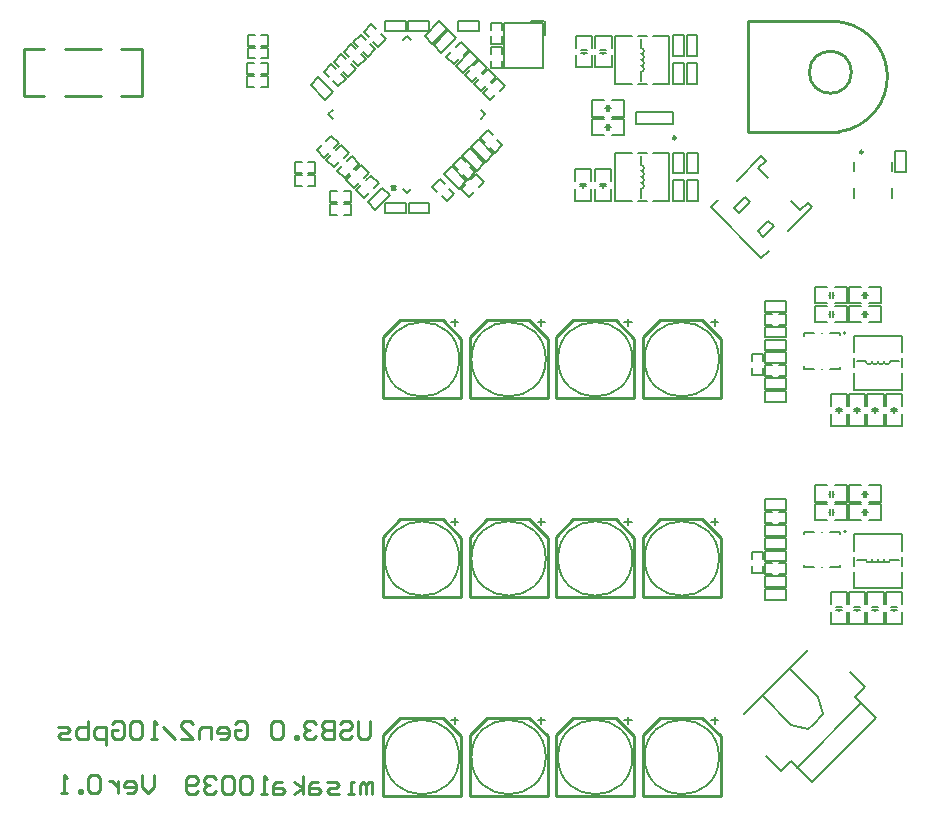
<source format=gbo>
G04*
G04 #@! TF.GenerationSoftware,Altium Limited,Altium Designer,24.0.1 (36)*
G04*
G04 Layer_Color=32896*
%FSLAX44Y44*%
%MOMM*%
G71*
G04*
G04 #@! TF.SameCoordinates,2863EE23-0FE7-43ED-B731-855E9A245776*
G04*
G04*
G04 #@! TF.FilePolarity,Positive*
G04*
G01*
G75*
%ADD10C,0.2500*%
%ADD11C,0.2000*%
%ADD12C,0.1500*%
%ADD14C,0.2540*%
%ADD15C,0.1524*%
%ADD16C,0.2032*%
%ADD17C,0.1500*%
%ADD119C,0.3000*%
D10*
X737498Y560964D02*
G03*
X737498Y560964I-1250J0D01*
G01*
X579097Y573026D02*
G03*
X579097Y573026I-1250J0D01*
G01*
D11*
X615700Y385572D02*
G03*
X615700Y385572I-31500J0D01*
G01*
Y216916D02*
G03*
X615700Y216916I-31500J0D01*
G01*
X542379D02*
G03*
X542379Y216916I-31500J0D01*
G01*
X469057D02*
G03*
X469057Y216916I-31500J0D01*
G01*
X395736D02*
G03*
X395736Y216916I-31500J0D01*
G01*
X615700Y48768D02*
G03*
X615700Y48768I-31500J0D01*
G01*
X542379D02*
G03*
X542379Y48768I-31500J0D01*
G01*
X395736D02*
G03*
X395736Y48768I-31500J0D01*
G01*
X469057D02*
G03*
X469057Y48768I-31500J0D01*
G01*
X542379Y385572D02*
G03*
X542379Y385572I-31500J0D01*
G01*
X469057D02*
G03*
X469057Y385572I-31500J0D01*
G01*
X395736D02*
G03*
X395736Y385572I-31500J0D01*
G01*
X285068Y592836D02*
X288604Y589300D01*
X285068Y592836D02*
X288604Y596372D01*
X351536Y659304D02*
X355072Y655768D01*
X348000D02*
X351536Y659304D01*
X414468Y589300D02*
X418004Y592836D01*
X414468Y596372D02*
X418004Y592836D01*
X351536Y526368D02*
X355072Y529904D01*
X348000D02*
X351536Y526368D01*
X730997Y99675D02*
X748872Y81799D01*
X676550Y45227D02*
X694425Y27352D01*
X694934Y76340D02*
X703476Y84882D01*
X699884Y99250D02*
X703476Y84882D01*
X675630Y123504D02*
X699884Y99250D01*
X652720Y100594D02*
X676974Y76340D01*
X691342Y72748D01*
X694934Y76340D01*
X681853Y39924D02*
X736300Y94371D01*
X726471Y120463D02*
X739128Y107806D01*
X730997Y99675D02*
X739128Y107806D01*
X655761Y49753D02*
X668418Y37095D01*
X676550Y45227D01*
X694425Y27352D02*
X748872Y81799D01*
X636952Y84825D02*
X691399Y139272D01*
X730148Y522214D02*
Y530964D01*
X761848Y522214D02*
Y530964D01*
X730148Y544664D02*
Y552714D01*
X761848Y544664D02*
Y552714D01*
X456542Y671696D02*
X467718D01*
X467972Y660266D02*
Y671696D01*
X576837Y584456D02*
Y594616D01*
X545837Y584456D02*
Y594616D01*
Y584456D02*
X576837D01*
X545837Y594616D02*
X576837D01*
D12*
X722871Y407669D02*
G03*
X722871Y407669I-749J0D01*
G01*
Y239775D02*
G03*
X722871Y239775I-749J0D01*
G01*
X703048Y407392D02*
X703066D01*
X718057Y377392D02*
Y378900D01*
X709548Y377392D02*
X718057D01*
X703048D02*
X703066D01*
X688057D02*
X696566D01*
X688057Y407392D02*
X696565D01*
X709548D02*
X718057D01*
Y405883D02*
Y407392D01*
X688057Y377392D02*
Y379450D01*
Y405333D02*
Y407392D01*
X703048Y239498D02*
X703066D01*
X718057Y209498D02*
Y211006D01*
X709548Y209498D02*
X718057D01*
X703048D02*
X703066D01*
X688057D02*
X696566D01*
X688057Y239498D02*
X696565D01*
X709548D02*
X718057D01*
Y237989D02*
Y239498D01*
X688057Y209498D02*
Y211556D01*
Y237439D02*
Y239498D01*
D14*
X727770Y628575D02*
G03*
X727770Y628575I-17780J0D01*
G01*
X717553Y578271D02*
G03*
X711260Y671828I-6293J46567D01*
G01*
X126962Y608396D02*
Y648396D01*
X26962Y608396D02*
Y648396D01*
X109645D02*
X126962D01*
X61644D02*
X92280D01*
X26962D02*
X44279D01*
X109645Y608396D02*
X126962D01*
X61644D02*
X92280D01*
X26962D02*
X44279D01*
X551200Y404072D02*
X565700Y418572D01*
X551200Y352572D02*
X617200D01*
X551200D02*
Y404072D01*
X565700Y418572D02*
X601700D01*
X617200Y403072D01*
Y352572D02*
Y403072D01*
X551200Y235416D02*
X565700Y249916D01*
X551200Y183916D02*
X617200D01*
X551200D02*
Y235416D01*
X565700Y249916D02*
X601700D01*
X617200Y234416D01*
Y183916D02*
Y234416D01*
X477879Y235416D02*
X492379Y249916D01*
X477879Y183916D02*
X543879D01*
X477879D02*
Y235416D01*
X492379Y249916D02*
X528379D01*
X543879Y234416D01*
Y183916D02*
Y234416D01*
X404557Y235416D02*
X419057Y249916D01*
X404557Y183916D02*
X470557D01*
X404557D02*
Y235416D01*
X419057Y249916D02*
X455057D01*
X470557Y234416D01*
Y183916D02*
Y234416D01*
X331236Y235416D02*
X345736Y249916D01*
X331236Y183916D02*
X397236D01*
X331236D02*
Y235416D01*
X345736Y249916D02*
X381736D01*
X397236Y234416D01*
Y183916D02*
Y234416D01*
X551200Y67268D02*
X565700Y81768D01*
X551200Y15768D02*
X617200D01*
X551200D02*
Y67268D01*
X565700Y81768D02*
X601700D01*
X617200Y66268D01*
Y15768D02*
Y66268D01*
X477879Y67268D02*
X492379Y81768D01*
X477879Y15768D02*
X543879D01*
X477879D02*
Y67268D01*
X492379Y81768D02*
X528379D01*
X543879Y66268D01*
Y15768D02*
Y66268D01*
X331236Y67268D02*
X345736Y81768D01*
X331236Y15768D02*
X397236D01*
X331236D02*
Y67268D01*
X345736Y81768D02*
X381736D01*
X397236Y66268D01*
Y15768D02*
Y66268D01*
X404557Y67268D02*
X419057Y81768D01*
X404557Y15768D02*
X470557D01*
X404557D02*
Y67268D01*
X419057Y81768D02*
X455057D01*
X470557Y66268D01*
Y15768D02*
Y66268D01*
X477879Y404072D02*
X492379Y418572D01*
X477879Y352572D02*
X543879D01*
X477879D02*
Y404072D01*
X492379Y418572D02*
X528379D01*
X543879Y403072D01*
Y352572D02*
Y403072D01*
X404557Y404072D02*
X419057Y418572D01*
X404557Y352572D02*
X470557D01*
X404557D02*
Y404072D01*
X419057Y418572D02*
X455057D01*
X470557Y403072D01*
Y352572D02*
Y403072D01*
X331236Y404072D02*
X345736Y418572D01*
X331236Y352572D02*
X397236D01*
X331236D02*
Y404072D01*
X345736Y418572D02*
X381736D01*
X397236Y403072D01*
Y352572D02*
Y403072D01*
X640140Y578271D02*
Y671828D01*
X711260D01*
X640140Y578271D02*
X717553D01*
X137414Y33523D02*
Y23366D01*
X132336Y18288D01*
X127257Y23366D01*
Y33523D01*
X114561Y18288D02*
X119640D01*
X122179Y20827D01*
Y25905D01*
X119640Y28445D01*
X114561D01*
X112022Y25905D01*
Y23366D01*
X122179D01*
X106944Y28445D02*
Y18288D01*
Y23366D01*
X104405Y25905D01*
X101866Y28445D01*
X99326D01*
X91709Y30984D02*
X89170Y33523D01*
X84091D01*
X81552Y30984D01*
Y20827D01*
X84091Y18288D01*
X89170D01*
X91709Y20827D01*
Y30984D01*
X76474Y18288D02*
Y20827D01*
X73934D01*
Y18288D01*
X76474D01*
X63778D02*
X58699D01*
X61239D01*
Y33523D01*
X63778Y30984D01*
X320548Y78987D02*
Y66291D01*
X318009Y63752D01*
X312931D01*
X310391Y66291D01*
Y78987D01*
X295156Y76448D02*
X297695Y78987D01*
X302774D01*
X305313Y76448D01*
Y73909D01*
X302774Y71370D01*
X297695D01*
X295156Y68831D01*
Y66291D01*
X297695Y63752D01*
X302774D01*
X305313Y66291D01*
X290078Y78987D02*
Y63752D01*
X282460D01*
X279921Y66291D01*
Y68831D01*
X282460Y71370D01*
X290078D01*
X282460D01*
X279921Y73909D01*
Y76448D01*
X282460Y78987D01*
X290078D01*
X274843Y76448D02*
X272304Y78987D01*
X267225D01*
X264686Y76448D01*
Y73909D01*
X267225Y71370D01*
X269764D01*
X267225D01*
X264686Y68831D01*
Y66291D01*
X267225Y63752D01*
X272304D01*
X274843Y66291D01*
X259608Y63752D02*
Y66291D01*
X257069D01*
Y63752D01*
X259608D01*
X246912Y76448D02*
X244373Y78987D01*
X239294D01*
X236755Y76448D01*
Y66291D01*
X239294Y63752D01*
X244373D01*
X246912Y66291D01*
Y76448D01*
X206285D02*
X208824Y78987D01*
X213902D01*
X216442Y76448D01*
Y66291D01*
X213902Y63752D01*
X208824D01*
X206285Y66291D01*
Y71370D01*
X211363D01*
X193589Y63752D02*
X198667D01*
X201207Y66291D01*
Y71370D01*
X198667Y73909D01*
X193589D01*
X191050Y71370D01*
Y68831D01*
X201207D01*
X185972Y63752D02*
Y73909D01*
X178354D01*
X175815Y71370D01*
Y63752D01*
X160580D02*
X170737D01*
X160580Y73909D01*
Y76448D01*
X163119Y78987D01*
X168197D01*
X170737Y76448D01*
X155501Y63752D02*
X145345Y73909D01*
X140266Y63752D02*
X135188D01*
X137727D01*
Y78987D01*
X140266Y76448D01*
X127570D02*
X125031Y78987D01*
X119953D01*
X117414Y76448D01*
Y66291D01*
X119953Y63752D01*
X125031D01*
X127570Y66291D01*
Y76448D01*
X102179D02*
X104718Y78987D01*
X109796D01*
X112335Y76448D01*
Y66291D01*
X109796Y63752D01*
X104718D01*
X102179Y66291D01*
Y71370D01*
X107257D01*
X97100Y58674D02*
Y73909D01*
X89483D01*
X86944Y71370D01*
Y66291D01*
X89483Y63752D01*
X97100D01*
X81865Y78987D02*
Y63752D01*
X74248D01*
X71708Y66291D01*
Y68831D01*
Y71370D01*
X74248Y73909D01*
X81865D01*
X66630Y63752D02*
X59013D01*
X56473Y66291D01*
X59013Y68831D01*
X64091D01*
X66630Y71370D01*
X64091Y73909D01*
X56473D01*
X321564Y17780D02*
Y27937D01*
X319025D01*
X316486Y25398D01*
Y17780D01*
Y25398D01*
X313946Y27937D01*
X311407Y25398D01*
Y17780D01*
X306329D02*
X301251D01*
X303790D01*
Y27937D01*
X306329D01*
X293633Y17780D02*
X286015D01*
X283476Y20319D01*
X286015Y22858D01*
X291094D01*
X293633Y25398D01*
X291094Y27937D01*
X283476D01*
X275859D02*
X270780D01*
X268241Y25398D01*
Y17780D01*
X275859D01*
X278398Y20319D01*
X275859Y22858D01*
X268241D01*
X263163Y17780D02*
Y33015D01*
Y22858D02*
X255545Y27937D01*
X263163Y22858D02*
X255545Y17780D01*
X245389Y27937D02*
X240310D01*
X237771Y25398D01*
Y17780D01*
X245389D01*
X247928Y20319D01*
X245389Y22858D01*
X237771D01*
X232693Y17780D02*
X227614D01*
X230154D01*
Y33015D01*
X232693Y30476D01*
X219997D02*
X217458Y33015D01*
X212379D01*
X209840Y30476D01*
Y20319D01*
X212379Y17780D01*
X217458D01*
X219997Y20319D01*
Y30476D01*
X204762D02*
X202223Y33015D01*
X197144D01*
X194605Y30476D01*
Y20319D01*
X197144Y17780D01*
X202223D01*
X204762Y20319D01*
Y30476D01*
X189527D02*
X186987Y33015D01*
X181909D01*
X179370Y30476D01*
Y27937D01*
X181909Y25398D01*
X184448D01*
X181909D01*
X179370Y22858D01*
Y20319D01*
X181909Y17780D01*
X186987D01*
X189527Y20319D01*
X174292D02*
X171752Y17780D01*
X166674D01*
X164135Y20319D01*
Y30476D01*
X166674Y33015D01*
X171752D01*
X174292Y30476D01*
Y27937D01*
X171752Y25398D01*
X164135D01*
D15*
X725778Y178006D02*
Y188166D01*
X732636Y175720D02*
Y176990D01*
X725778Y188166D02*
X739494D01*
Y178006D02*
Y188166D01*
X730096Y175720D02*
X735176D01*
X730096Y173688D02*
X735176D01*
X725778Y161242D02*
Y171402D01*
X732636Y172418D02*
Y173688D01*
X725778Y161242D02*
X739494D01*
Y171402D01*
X611950Y413862D02*
Y419862D01*
X608950Y416822D02*
X614990D01*
X611950Y245206D02*
Y251206D01*
X608950Y248166D02*
X614990D01*
X538629Y245206D02*
Y251206D01*
X535629Y248166D02*
X541669D01*
X465307Y245206D02*
Y251206D01*
X462307Y248166D02*
X468347D01*
X391986Y245206D02*
Y251206D01*
X388986Y248166D02*
X395026D01*
X611950Y77058D02*
Y83058D01*
X608950Y80018D02*
X614990D01*
X538629Y77058D02*
Y83058D01*
X535629Y80018D02*
X541669D01*
X391986Y77058D02*
Y83058D01*
X388986Y80018D02*
X395026D01*
X465307Y77058D02*
Y83058D01*
X462307Y80018D02*
X468347D01*
X538629Y413862D02*
Y419862D01*
X535629Y416822D02*
X541669D01*
X465307Y413862D02*
Y419862D01*
X462307Y416822D02*
X468347D01*
X391986Y413862D02*
Y419862D01*
X388986Y416822D02*
X395026D01*
X725794Y446532D02*
X735954D01*
X736970Y439674D02*
X738240D01*
X740272Y437134D02*
Y442214D01*
X742558Y446532D02*
X752718D01*
X740272Y439674D02*
X741542D01*
X725794Y432816D02*
Y446532D01*
Y432816D02*
X735954D01*
X738240Y437134D02*
Y442214D01*
X752718Y432816D02*
Y446532D01*
X742558Y432816D02*
X752718D01*
X770636Y345810D02*
Y355970D01*
X763778Y343524D02*
Y344794D01*
X761238Y341492D02*
X766318D01*
X770636Y329046D02*
Y339206D01*
X763778Y340222D02*
Y341492D01*
X756920Y355970D02*
X770636D01*
X756920Y345810D02*
Y355970D01*
X761238Y343524D02*
X766318D01*
X756920Y329046D02*
X770636D01*
X756920D02*
Y339206D01*
X710184Y345810D02*
Y355970D01*
X717042Y343524D02*
Y344794D01*
X710184Y355970D02*
X723900D01*
Y345810D02*
Y355970D01*
X714502Y343524D02*
X719582D01*
X714502Y341492D02*
X719582D01*
X710184Y329046D02*
Y339206D01*
X717042Y340222D02*
Y341492D01*
X710184Y329046D02*
X723900D01*
Y339206D01*
X739479Y345810D02*
Y355970D01*
X732621Y343524D02*
Y344794D01*
X730081Y341492D02*
X735161D01*
X739479Y329046D02*
Y339206D01*
X732621Y340222D02*
Y341492D01*
X725763Y355970D02*
X739479D01*
X725763Y345810D02*
Y355970D01*
X730081Y343524D02*
X735161D01*
X725763Y329046D02*
X739479D01*
X725763D02*
Y339206D01*
X725794Y417322D02*
X735954D01*
X736970Y424180D02*
X738240D01*
X740272Y421640D02*
Y426720D01*
X742558Y417322D02*
X752718D01*
X740272Y424180D02*
X741542D01*
X725794Y417322D02*
Y431038D01*
X735954D01*
X738240Y421640D02*
Y426720D01*
X752718Y417322D02*
Y431038D01*
X742558D02*
X752718D01*
X714110D02*
X724270D01*
X711824Y424180D02*
X713094D01*
X709792Y421640D02*
Y426720D01*
X697346Y431038D02*
X707506D01*
X708522Y424180D02*
X709792D01*
X724270Y417322D02*
Y431038D01*
X714110Y417322D02*
X724270D01*
X711824Y421640D02*
Y426720D01*
X697346Y417322D02*
Y431038D01*
Y417322D02*
X707506D01*
X654745Y234496D02*
X672245D01*
X654745Y225352D02*
X672245D01*
Y234496D01*
X654745Y225352D02*
Y234496D01*
X756935Y161242D02*
X770651D01*
X756935Y188166D02*
X770651D01*
X756935Y161242D02*
Y171402D01*
X770651Y178006D02*
Y188166D01*
Y161242D02*
Y171402D01*
X756935Y178006D02*
Y188166D01*
X763793Y172418D02*
Y173688D01*
Y175720D02*
Y176990D01*
X761253Y175720D02*
X766333D01*
X761253Y173688D02*
X766333D01*
X752733Y249518D02*
Y263234D01*
X725809Y249518D02*
Y263234D01*
X742573Y249518D02*
X752733D01*
X725809Y263234D02*
X735969D01*
X742573D02*
X752733D01*
X725809Y249518D02*
X735969D01*
X740287Y256376D02*
X741557D01*
X736985D02*
X738255D01*
Y253836D02*
Y258916D01*
X740287Y253836D02*
Y258916D01*
X752733Y265012D02*
Y278728D01*
X725809Y265012D02*
Y278728D01*
X742573Y265012D02*
X752733D01*
X725809Y278728D02*
X735969D01*
X742573D02*
X752733D01*
X725809Y265012D02*
X735969D01*
X740287Y271870D02*
X741557D01*
X736985D02*
X738255D01*
Y269330D02*
Y274410D01*
X740287Y269330D02*
Y274410D01*
X654745Y267044D02*
X672245D01*
X654745Y257900D02*
X672245D01*
Y267044D01*
X654745Y257900D02*
Y267044D01*
X697361Y265012D02*
Y278728D01*
X724285Y265012D02*
Y278728D01*
X697361D02*
X707521D01*
X714125Y265012D02*
X724285D01*
X697361D02*
X707521D01*
X714125Y278728D02*
X724285D01*
X708537Y271870D02*
X709807D01*
X711839D02*
X713109D01*
X711839Y269330D02*
Y274410D01*
X709807Y269330D02*
Y274410D01*
X654745Y223646D02*
X672245D01*
X654745Y214502D02*
X672245D01*
Y223646D01*
X654745Y214502D02*
Y223646D01*
X697361Y249518D02*
Y263234D01*
X724285Y249518D02*
Y263234D01*
X697361D02*
X707521D01*
X714125Y249518D02*
X724285D01*
X697361D02*
X707521D01*
X714125Y263234D02*
X724285D01*
X708537Y256376D02*
X709807D01*
X711839D02*
X713109D01*
X711839Y253836D02*
Y258916D01*
X709807Y253836D02*
Y258916D01*
X654745Y236201D02*
X672245D01*
X654745Y245345D02*
X672245D01*
X654745Y236201D02*
Y245345D01*
X672245Y236201D02*
Y245345D01*
X643905Y216244D02*
Y222200D01*
X653049Y204701D02*
Y210656D01*
Y216244D02*
Y222200D01*
X643905Y204700D02*
Y210656D01*
Y204700D02*
X653049D01*
X643905Y222200D02*
X653049D01*
X764794Y544494D02*
X773938D01*
X764794Y561994D02*
X773938D01*
Y544494D02*
Y561994D01*
X764794Y544494D02*
Y561994D01*
X511048Y659638D02*
X524764D01*
X511048Y632714D02*
X524764D01*
Y649478D02*
Y659638D01*
X511048Y632714D02*
Y642874D01*
Y649478D02*
Y659638D01*
X524764Y632714D02*
Y642874D01*
X517906Y647192D02*
Y648462D01*
Y643890D02*
Y645160D01*
X515366D02*
X520446D01*
X515366Y647192D02*
X520446D01*
X494030Y519430D02*
X507746D01*
X494030Y546354D02*
X507746D01*
X494030Y519430D02*
Y529590D01*
X507746Y536194D02*
Y546354D01*
Y519430D02*
Y529590D01*
X494030Y536194D02*
Y546354D01*
X500888Y530606D02*
Y531876D01*
Y533908D02*
Y535178D01*
X498348Y533908D02*
X503428D01*
X498348Y531876D02*
X503428D01*
X494538Y659638D02*
X508254D01*
X494538Y632714D02*
X508254D01*
Y649478D02*
Y659638D01*
X494538Y632714D02*
Y642874D01*
Y649478D02*
Y659638D01*
X508254Y632714D02*
Y642874D01*
X501396Y647192D02*
Y648462D01*
Y643890D02*
Y645160D01*
X498856D02*
X503936D01*
X498856Y647192D02*
X503936D01*
X588518Y543102D02*
Y560602D01*
Y543102D02*
X597662D01*
X588518Y560602D02*
X597662D01*
Y543102D02*
Y560602D01*
X597408Y618852D02*
Y636352D01*
X588264D02*
X597408D01*
X588264Y618852D02*
X597408D01*
X588264D02*
Y636352D01*
X597916Y519606D02*
Y537106D01*
X588772D02*
X597916D01*
X588772Y519606D02*
X597916D01*
X588772D02*
Y537106D01*
X576834Y519670D02*
Y537170D01*
Y519670D02*
X585978D01*
X576834Y537170D02*
X585978D01*
Y519670D02*
Y537170D01*
X585724Y542974D02*
Y560474D01*
X576580D02*
X585724D01*
X576580Y542974D02*
X585724D01*
X576580D02*
Y560474D01*
X525134Y575056D02*
X535294D01*
X522848Y581914D02*
X524118D01*
X520816Y579374D02*
Y584454D01*
X508370Y575056D02*
X518530D01*
X519546Y581914D02*
X520816D01*
X535294Y575056D02*
Y588772D01*
X525134D02*
X535294D01*
X522848Y579374D02*
Y584454D01*
X508370Y575056D02*
Y588772D01*
X518530D01*
X525134Y591058D02*
X535294D01*
X522848Y597916D02*
X524118D01*
X520816Y595376D02*
Y600456D01*
X508370Y591058D02*
X518530D01*
X519546Y597916D02*
X520816D01*
X535294Y591058D02*
Y604774D01*
X525134D02*
X535294D01*
X522848Y595376D02*
Y600456D01*
X508370Y591058D02*
Y604774D01*
X518530D01*
X234048Y640334D02*
Y649478D01*
X228092Y640334D02*
X234048D01*
X228092Y649478D02*
X234048D01*
X216548D02*
X222504D01*
X216548Y640334D02*
X222504D01*
X216548D02*
Y649478D01*
X234048Y651002D02*
Y660146D01*
X228092Y651002D02*
X234048D01*
X228092Y660146D02*
X234048D01*
X216548D02*
X222504D01*
X216548Y651002D02*
X222504D01*
X216548D02*
Y660146D01*
X233794Y627126D02*
Y636270D01*
X227838Y627126D02*
X233794D01*
X227838Y636270D02*
X233794D01*
X216294D02*
X222250D01*
X216294Y627126D02*
X222250D01*
X216294D02*
Y636270D01*
X233794Y616458D02*
Y625602D01*
X227838Y616458D02*
X233794D01*
X227838Y625602D02*
X233794D01*
X216294D02*
X222250D01*
X216294Y616458D02*
X222250D01*
X216294D02*
Y625602D01*
X378897Y671621D02*
X385363Y665155D01*
X366523Y659246D02*
X378897Y671621D01*
X372988Y652781D02*
X385363Y665155D01*
X366523Y659246D02*
X372988Y652781D01*
X350734Y509016D02*
Y518160D01*
X333234D02*
X350734D01*
X333234Y509016D02*
Y518160D01*
Y509016D02*
X350734D01*
X387358Y529951D02*
X391570Y525740D01*
X385104Y519274D02*
X391570Y525740D01*
X379196Y538114D02*
X383407Y533903D01*
X372730Y531649D02*
X379195Y538114D01*
X380893Y523486D02*
X385104Y519274D01*
X372730Y531648D02*
X376941Y527437D01*
X432054Y643890D02*
Y649846D01*
Y632346D02*
Y638302D01*
X422910Y649846D02*
X432054D01*
X422910Y643890D02*
Y649846D01*
Y632346D02*
X432054D01*
X422910Y632346D02*
Y638302D01*
X432054Y664464D02*
Y670420D01*
Y652920D02*
Y658876D01*
X422910Y670420D02*
X432054D01*
X422910Y664464D02*
Y670420D01*
Y652920D02*
X432054D01*
X422910D02*
Y658876D01*
X405014Y646429D02*
X411479Y639964D01*
X392639Y634055D02*
X405014Y646429D01*
X399105Y627589D02*
X411479Y639964D01*
X392639Y634055D02*
X399105Y627589D01*
X415522Y611218D02*
X421988Y604752D01*
X427896Y623592D02*
X434362Y617126D01*
X430150Y612915D02*
X434362Y617126D01*
X415522Y611218D02*
X419734Y615429D01*
X423685Y619380D02*
X427896Y623592D01*
X421988Y604752D02*
X426199Y608964D01*
X384788Y641698D02*
X391254Y635232D01*
X397162Y654072D02*
X403628Y647606D01*
X399417Y643395D02*
X403628Y647606D01*
X384788Y641698D02*
X388999Y645909D01*
X392951Y649861D02*
X397162Y654072D01*
X391254Y635232D02*
X395465Y639444D01*
X287555Y574944D02*
X294020Y568479D01*
X275180Y562570D02*
X281646Y556104D01*
X275180Y562570D02*
X279392Y566781D01*
X289809Y564267D02*
X294020Y568478D01*
X281646Y556104D02*
X285857Y560316D01*
X283343Y570733D02*
X287554Y574944D01*
X390630Y550070D02*
X397096Y556536D01*
X403004Y537696D02*
X409470Y544162D01*
X398793Y541908D02*
X403004Y537696D01*
X397096Y556536D02*
X401307Y552324D01*
X405258Y548373D02*
X409470Y544162D01*
X390630Y550070D02*
X394841Y545859D01*
X410602Y545339D02*
X417067Y551804D01*
X398227Y557713D02*
X404693Y564179D01*
X417067Y551804D01*
X398227Y557713D02*
X410602Y545339D01*
X321083Y541162D02*
X327548Y534697D01*
X308708Y528788D02*
X315174Y522322D01*
X308708Y528788D02*
X312920Y532999D01*
X323337Y530485D02*
X327548Y534696D01*
X315174Y522322D02*
X319385Y526534D01*
X316871Y536951D02*
X321082Y541162D01*
X407902Y618838D02*
X414368Y612372D01*
X420276Y631212D02*
X426742Y624746D01*
X422531Y620535D02*
X426742Y624746D01*
X407902Y618838D02*
X412113Y623049D01*
X416065Y627001D02*
X420276Y631212D01*
X414368Y612372D02*
X418579Y616584D01*
X400282Y626458D02*
X406748Y619992D01*
X412656Y638832D02*
X419122Y632366D01*
X414911Y628155D02*
X419122Y632366D01*
X400282Y626458D02*
X404493Y630669D01*
X408445Y634621D02*
X412656Y638832D01*
X406748Y619992D02*
X410959Y624203D01*
X327179Y650352D02*
X333644Y656817D01*
X314804Y662726D02*
X321270Y669192D01*
X325481Y664980D01*
X322967Y654563D02*
X327178Y650352D01*
X314804Y662726D02*
X319016Y658515D01*
X329433Y661029D02*
X333644Y656818D01*
X318289Y641462D02*
X324754Y647927D01*
X305914Y653836D02*
X312380Y660302D01*
X316591Y656090D01*
X314077Y645673D02*
X318288Y641462D01*
X305914Y653836D02*
X310126Y649625D01*
X320543Y652139D02*
X324754Y647928D01*
X310415Y633588D02*
X316880Y640053D01*
X298040Y645962D02*
X304506Y652428D01*
X308717Y648216D01*
X306203Y637799D02*
X310414Y633588D01*
X298040Y645962D02*
X302252Y641751D01*
X312669Y644265D02*
X316880Y640054D01*
X312701Y549798D02*
X319166Y543333D01*
X300326Y537424D02*
X306792Y530958D01*
X300326Y537424D02*
X304538Y541635D01*
X314955Y539121D02*
X319166Y543332D01*
X306792Y530958D02*
X311003Y535170D01*
X308489Y545587D02*
X312700Y549798D01*
X304827Y557672D02*
X311292Y551207D01*
X292452Y545298D02*
X298918Y538832D01*
X292452Y545298D02*
X296664Y549509D01*
X307081Y546995D02*
X311292Y551206D01*
X298918Y538832D02*
X303129Y543044D01*
X300615Y553461D02*
X304826Y557672D01*
X295683Y566816D02*
X302148Y560351D01*
X283308Y554442D02*
X289774Y547976D01*
X283308Y554442D02*
X287520Y558653D01*
X297937Y556139D02*
X302148Y560350D01*
X289774Y547976D02*
X293985Y552188D01*
X291471Y562605D02*
X295682Y566816D01*
X301779Y624952D02*
X308244Y631417D01*
X289404Y637326D02*
X295870Y643792D01*
X300081Y639580D01*
X297567Y629163D02*
X301778Y624952D01*
X289404Y637326D02*
X293616Y633115D01*
X304033Y635629D02*
X308244Y631418D01*
X370346Y509016D02*
Y518160D01*
X352846Y509016D02*
Y518160D01*
X370346D01*
X352846Y509016D02*
X370346D01*
X386472Y663955D02*
X392937Y657490D01*
X374097Y651581D02*
X380563Y645115D01*
X374097Y651581D02*
X386472Y663955D01*
X380563Y645115D02*
X392937Y657490D01*
X332980Y663194D02*
Y672338D01*
X350480Y663194D02*
Y672338D01*
X332980Y663194D02*
X350480D01*
X332980Y672338D02*
X350480D01*
X303826Y518668D02*
Y527812D01*
X286326Y518668D02*
Y527812D01*
X292282D01*
X297870Y518668D02*
X303826D01*
X286327D02*
X292282D01*
X297870Y527812D02*
X303826D01*
X672230Y404005D02*
Y413149D01*
X654730Y404005D02*
Y413149D01*
X672230D01*
X654730Y404005D02*
X672230D01*
X654730Y382306D02*
Y391450D01*
X672230Y382306D02*
Y391450D01*
X654730Y382306D02*
X672230D01*
X654730Y391450D02*
X672230D01*
X654745Y192804D02*
Y201948D01*
X672245Y192804D02*
Y201948D01*
X654745Y192804D02*
X672245D01*
X654745Y201948D02*
X672245D01*
X654730Y360607D02*
Y369751D01*
X672230Y360607D02*
Y369751D01*
X654730Y360607D02*
X672230D01*
X654730Y369751D02*
X672230D01*
X588264Y642284D02*
X597408D01*
X588264Y659784D02*
X597408D01*
Y642284D02*
Y659784D01*
X588264Y642284D02*
Y659784D01*
X714517Y173688D02*
X719597D01*
X714517Y175720D02*
X719597D01*
X717057D02*
Y176990D01*
Y172418D02*
Y173688D01*
X710199Y178006D02*
Y188166D01*
X723915Y161242D02*
Y171402D01*
Y178006D02*
Y188166D01*
X710199Y161242D02*
Y171402D01*
Y188166D02*
X723915D01*
X710199Y161242D02*
X723915D01*
X745675Y173688D02*
X750755D01*
X745675Y175720D02*
X750755D01*
X748215D02*
Y176990D01*
Y172418D02*
Y173688D01*
X741357Y178006D02*
Y188166D01*
X755073Y161242D02*
Y171402D01*
Y178006D02*
Y188166D01*
X741357Y161242D02*
Y171402D01*
Y188166D02*
X755073D01*
X741357Y161242D02*
X755073D01*
X654730Y425704D02*
Y434848D01*
X672230Y425704D02*
Y434848D01*
X654730Y425704D02*
X672230D01*
X654730Y434848D02*
X672230D01*
X643890Y390004D02*
X653034D01*
X643890Y372504D02*
X653034D01*
X643890D02*
Y378460D01*
X653034Y384048D02*
Y390004D01*
Y372504D02*
Y378460D01*
X643890Y384048D02*
Y390004D01*
X745659Y341492D02*
X750739D01*
X745659Y343524D02*
X750739D01*
X748199D02*
Y344794D01*
Y340222D02*
Y341492D01*
X741341Y345810D02*
Y355970D01*
X755057Y329046D02*
Y339206D01*
Y345810D02*
Y355970D01*
X741341Y329046D02*
Y339206D01*
Y355970D02*
X755057D01*
X741341Y329046D02*
X755057D01*
X515112Y531876D02*
X520192D01*
X515112Y533908D02*
X520192D01*
X517652D02*
Y535178D01*
Y530606D02*
Y531876D01*
X510794Y536194D02*
Y546354D01*
X524510Y519430D02*
Y529590D01*
Y536194D02*
Y546354D01*
X510794Y519430D02*
Y529590D01*
Y546354D02*
X524510D01*
X510794Y519430D02*
X524510D01*
X709792Y437134D02*
Y442214D01*
X711824Y437134D02*
Y442214D01*
Y439674D02*
X713094D01*
X708522D02*
X709792D01*
X714110Y446532D02*
X724270D01*
X697346Y432816D02*
X707506D01*
X714110D02*
X724270D01*
X697346Y446532D02*
X707506D01*
X724270Y432816D02*
Y446532D01*
X697346Y432816D02*
Y446532D01*
X654745Y181954D02*
Y191098D01*
X672245Y181954D02*
Y191098D01*
X654745Y181954D02*
X672245D01*
X654745Y191098D02*
X672245D01*
X576580Y618848D02*
X585724D01*
X576580Y636348D02*
X585724D01*
Y618848D02*
Y636348D01*
X576580Y618848D02*
Y636348D01*
X576834Y659720D02*
X585978D01*
X576834Y642220D02*
X585978D01*
X576834D02*
Y659720D01*
X585978Y642220D02*
Y659720D01*
X654730Y393156D02*
Y402300D01*
X672230Y393156D02*
Y402300D01*
X654730Y393156D02*
X672230D01*
X654730Y402300D02*
X672230D01*
X654730Y349758D02*
Y358902D01*
X672230Y349758D02*
Y358902D01*
X654730Y349758D02*
X672230D01*
X654730Y358902D02*
X672230D01*
X672245Y203653D02*
Y212797D01*
X654745Y203653D02*
Y212797D01*
X660701D01*
X666289Y203653D02*
X672245D01*
X654746D02*
X660701D01*
X666289Y212797D02*
X672245D01*
X672230Y414854D02*
Y423998D01*
X654730Y414854D02*
Y423998D01*
X660686D01*
X666274Y414854D02*
X672230D01*
X654730D02*
X660686D01*
X666274Y423998D02*
X672230D01*
X672245Y247051D02*
Y256195D01*
X654745Y247051D02*
Y256195D01*
X660701D01*
X666289Y247051D02*
X672245D01*
X654746D02*
X660701D01*
X666289Y256195D02*
X672245D01*
X672230Y371457D02*
Y380601D01*
X654730Y371457D02*
Y380601D01*
X660686D01*
X666274Y371457D02*
X672230D01*
X654730D02*
X660686D01*
X666274Y380601D02*
X672230D01*
X352660Y663194D02*
X370160D01*
X352660Y672338D02*
X370160D01*
X352660Y663194D02*
Y672338D01*
X370160Y663194D02*
Y672338D01*
X318263Y518530D02*
X330637Y530905D01*
X324728Y512065D02*
X337103Y524439D01*
X330637Y530905D02*
X337103Y524439D01*
X318263Y518530D02*
X324728Y512065D01*
X382944Y542516D02*
X395319Y530141D01*
X389410Y548982D02*
X401785Y536607D01*
X382944Y542516D02*
X389410Y548982D01*
X395319Y530141D02*
X401785Y536607D01*
X405651Y537846D02*
X409862Y542058D01*
X403954Y523218D02*
X408165Y527430D01*
X412117Y531381D02*
X416328Y535592D01*
X397488Y529684D02*
X401699Y533895D01*
X397488Y529684D02*
X403954Y523218D01*
X409862Y542058D02*
X416328Y535592D01*
X276511Y624289D02*
X288886Y611914D01*
X270045Y617823D02*
X282420Y605448D01*
X288886Y611914D01*
X270045Y617823D02*
X276511Y624289D01*
X405804Y565376D02*
X418179Y553001D01*
X412270Y571842D02*
X424645Y559467D01*
X405804Y565376D02*
X412270Y571842D01*
X418179Y553001D02*
X424645Y559467D01*
X394824Y663194D02*
X412324D01*
X394824Y672338D02*
X412324D01*
X394824Y663194D02*
Y672338D01*
X412324Y663194D02*
Y672338D01*
X268042Y541782D02*
X273997D01*
X256498Y532638D02*
X262454D01*
X268042D02*
X273997D01*
X256498Y541782D02*
X262454D01*
X256498Y532638D02*
Y541782D01*
X273998Y532638D02*
Y541782D01*
X297942Y516890D02*
X303898D01*
X286399Y507746D02*
X292354D01*
X297942D02*
X303898D01*
X286399Y516890D02*
X292354D01*
X286399Y507746D02*
Y516890D01*
X303899Y507746D02*
Y516890D01*
X267970Y552704D02*
X273926D01*
X256426Y543560D02*
X262382D01*
X267970D02*
X273926D01*
X256426Y552704D02*
X262382D01*
X256426Y543560D02*
Y552704D01*
X273926Y543560D02*
Y552704D01*
X413490Y572930D02*
X417701Y568719D01*
X428119Y571233D02*
X432330Y567022D01*
X419956Y579396D02*
X424167Y575185D01*
X421653Y564767D02*
X425864Y560556D01*
X432330Y567022D01*
X413490Y572930D02*
X419956Y579396D01*
X295651Y627247D02*
X299862Y623036D01*
X281022Y628944D02*
X285234Y624733D01*
X289185Y620781D02*
X293396Y616570D01*
X287488Y635410D02*
X291699Y631198D01*
X281022Y628944D02*
X287488Y635410D01*
X293397Y616570D02*
X299862Y623035D01*
D16*
X755410Y215975D02*
G03*
X760490Y215975I2540J0D01*
G01*
X740170D02*
G03*
X745250Y215975I2540J0D01*
G01*
X750330D02*
G03*
X755410Y215975I2540J0D01*
G01*
X745250D02*
G03*
X750330Y215975I2540J0D01*
G01*
X549643Y644143D02*
G03*
X549643Y649223I0J2540D01*
G01*
Y628903D02*
G03*
X549643Y633983I0J2540D01*
G01*
Y639063D02*
G03*
X549643Y644143I0J2540D01*
G01*
Y633983D02*
G03*
X549643Y639063I0J2540D01*
G01*
X745235Y383779D02*
G03*
X750315Y383779I2540J0D01*
G01*
D02*
G03*
X755395Y383779I2540J0D01*
G01*
X740155D02*
G03*
X745235Y383779I2540J0D01*
G01*
X755395D02*
G03*
X760475Y383779I2540J0D01*
G01*
X549643Y534923D02*
G03*
X549643Y540003I0J2540D01*
G01*
D02*
G03*
X549643Y545083I0J2540D01*
G01*
Y529843D02*
G03*
X549643Y534923I0J2540D01*
G01*
Y545083D02*
G03*
X549643Y550163I0J2540D01*
G01*
X770651Y210896D02*
Y218516D01*
X730011Y210896D02*
Y218516D01*
X732551Y215975D02*
X740170D01*
X760490D02*
X768111D01*
X730011Y191846D02*
Y205816D01*
Y191846D02*
X770651D01*
Y205816D01*
Y223596D02*
Y237566D01*
X730011D02*
X770651D01*
X730011Y223596D02*
Y237566D01*
X657614Y502748D02*
X662104Y498258D01*
X648634Y493768D02*
X657614Y502748D01*
X648634Y493768D02*
X653124Y489277D01*
X662104Y498258D01*
X676473Y519810D02*
X684555Y511728D01*
X690841Y518014D01*
X694448Y514408D01*
X673793Y493753D02*
X694448Y514408D01*
X673779Y493768D02*
X673793Y493753D01*
X651569Y471529D02*
X657629Y477589D01*
X657614Y477603D02*
X657629Y477589D01*
X637349Y523014D02*
X641839Y518523D01*
X632859Y509543D02*
X641839Y518523D01*
X628368Y514033D02*
X632859Y509543D01*
X628368Y514033D02*
X637349Y523014D01*
X648804Y547479D02*
X656886Y539397D01*
X648804Y547479D02*
X655090Y553766D01*
X651484Y557372D02*
X655090Y553766D01*
X630829Y536717D02*
X651484Y557372D01*
X630829Y536717D02*
X630843Y536703D01*
X614664Y520553D02*
X614679Y520539D01*
X608605Y514493D02*
X651569Y471529D01*
X608605Y514493D02*
X614664Y520553D01*
X547102Y659384D02*
X554722D01*
X547102Y618744D02*
X554722D01*
X549643Y621284D02*
Y628903D01*
Y649223D02*
Y656844D01*
X559802Y618744D02*
X573772D01*
Y659384D01*
X559802D02*
X573772D01*
X528052D02*
X542022D01*
X528052Y618744D02*
Y659384D01*
Y618744D02*
X542022D01*
X729996Y391400D02*
Y405370D01*
X770636D01*
Y391400D02*
Y405370D01*
Y359650D02*
Y373620D01*
X729996Y359650D02*
X770636D01*
X729996D02*
Y373620D01*
X760475Y383779D02*
X768096D01*
X732536D02*
X740155D01*
X729996Y378700D02*
Y386320D01*
X770636Y378700D02*
Y386320D01*
X528052Y519684D02*
X542022D01*
X528052D02*
Y560324D01*
X542022D01*
X559802D02*
X573772D01*
Y519684D02*
Y560324D01*
X559802Y519684D02*
X573772D01*
X549643Y550163D02*
Y557784D01*
Y522224D02*
Y529843D01*
X547102Y519684D02*
X554722D01*
X547102Y560324D02*
X554722D01*
D17*
X433936Y632326D02*
Y670426D01*
Y632326D02*
X466956D01*
Y670426D01*
X433936D02*
X466956D01*
D119*
X341194Y531619D02*
G03*
X341212Y531601I-1052J-1070D01*
G01*
M02*

</source>
